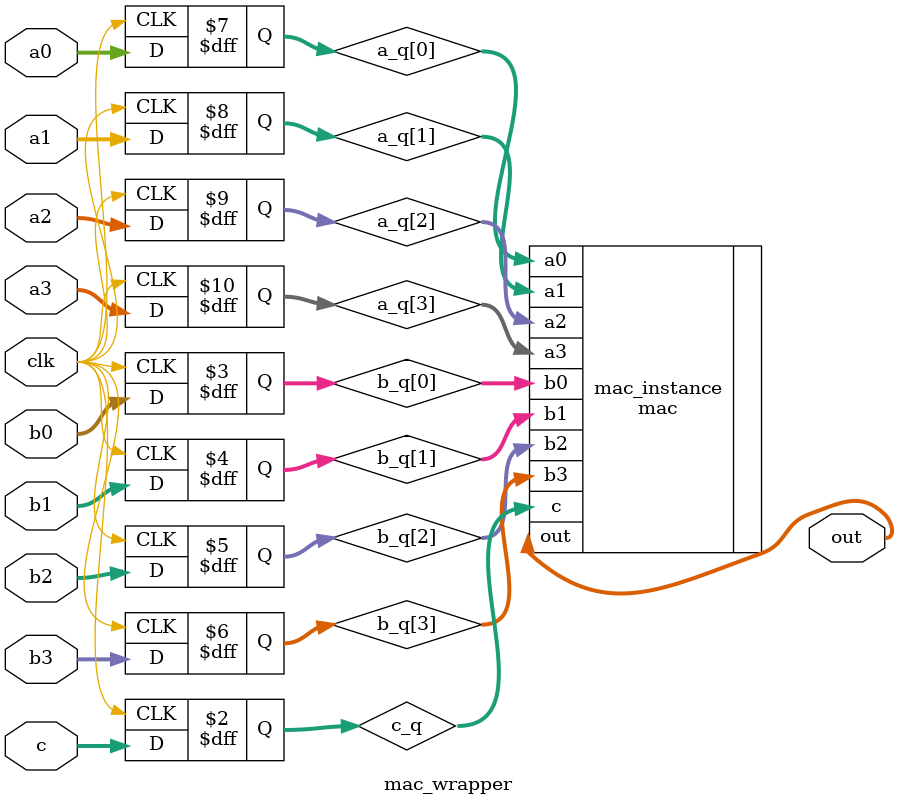
<source format=v>
module mac_wrapper (clk, out, a0, a1, a2, a3, b0, b1, b2, b3, c);

parameter bw = 4;
parameter psum_bw = 16;

output [psum_bw-1:0] out;
input [bw-1:0] a0; // unsigned activation
input [bw-1:0] a1; // unsigned activation
input [bw-1:0] a2; // unsigned activation
input [bw-1:0] a3; // unsigned activation

input signed [bw-1:0] b0; // signed weight
input signed [bw-1:0] b1; // signed weight
input signed [bw-1:0] b2; // signed weight
input signed [bw-1:0] b3; // signed weight
input  [psum_bw-1:0] c;
input  clk;

reg    [bw-1:0] a_q[3:0];
reg    [bw-1:0] b_q[3:0];
reg    [psum_bw-1:0] c_q;

mac #(.bw(bw), .psum_bw(psum_bw)) mac_instance (
        .a0(a_q[0]), 
        .a1(a_q[1]),
        .a2(a_q[2]),
        .a3(a_q[3]),
        .b0(b_q[0]),
        .b1(b_q[1]),
        .b2(b_q[2]),
        .b3(b_q[3]),
        .c(c_q),
	.out(out)
); 

always @ (posedge clk) begin
        b_q[0]  <= b0;
        b_q[1]  <= b1;
        b_q[2]  <= b2;
        b_q[3]  <= b3;
        a_q[0]  <= a0;
        a_q[1]  <= a1;
        a_q[2]  <= a2;
        a_q[3]  <= a3;
        c_q  <= c;
end

endmodule

</source>
